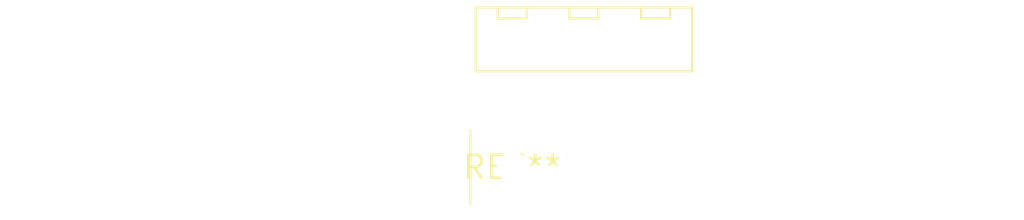
<source format=kicad_pcb>
(kicad_pcb (version 20240108) (generator pcbnew)
  (layers (0 "F.Cu" signal) (31 "B.Cu" signal) (34 "B.Paste" user) (35 "F.Paste" user) (36 "B.SilkS" user "B.Silkscreen") (37 "F.SilkS" user "F.Silkscreen") (38 "B.Mask" user) (39 "F.Mask" user) (44 "Edge.Cuts" user))
  (net 0 "")
  (footprint "Molex_KK-396_A-41792-0003_1x03_P3.96mm_Horizontal" (layer "F.Cu") (at 0 0)
    (property "Reference" "REF**")
    (property "Value" "Molex_KK-396_A-41792-0003_1x03_P3.96mm_Horizontal")
    (fp_line (start -2.305 -2) (end -2.305 2) (layer "F.SilkS") (stroke (width 0.12)))
    (fp_line (start -2.015 -8.82) (end 9.935 -8.82) (layer "F.SilkS") (stroke (width 0.12)))
    (fp_line (start -2.015 -5.3) (end -2.015 -8.82) (layer "F.SilkS") (stroke (width 0.12)))
    (fp_line (start -0.8 -8.82) (end -0.8 -8.22) (layer "F.SilkS") (stroke (width 0.12)))
    (fp_line (start -0.8 -8.22) (end 0.8 -8.22) (layer "F.SilkS") (stroke (width 0.12)))
    (fp_line (start 0.8 -8.22) (end 0.8 -8.82) (layer "F.SilkS") (stroke (width 0.12)))
    (fp_line (start 3.16 -8.82) (end 3.16 -8.22) (layer "F.SilkS") (stroke (width 0.12)))
    (fp_line (start 3.16 -8.22) (end 4.76 -8.22) (layer "F.SilkS") (stroke (width 0.12)))
    (fp_line (start 4.76 -8.22) (end 4.76 -8.82) (layer "F.SilkS") (stroke (width 0.12)))
    (fp_line (start 7.12 -8.82) (end 7.12 -8.22) (layer "F.SilkS") (stroke (width 0.12)))
    (fp_line (start 7.12 -8.22) (end 8.72 -8.22) (layer "F.SilkS") (stroke (width 0.12)))
    (fp_line (start 8.72 -8.22) (end 8.72 -8.82) (layer "F.SilkS") (stroke (width 0.12)))
    (fp_line (start 9.935 -8.82) (end 9.935 -5.3) (layer "F.SilkS") (stroke (width 0.12)))
    (fp_line (start 9.935 -5.3) (end -2.015 -5.3) (layer "F.SilkS") (stroke (width 0.12)))
    (pad "1" thru_hole roundrect (at 0 0) (size 3.16 4.1) (drill 1.7) (layers *.Cu *.Mask) (remove_unused_layers) (roundrect_rratio 0.079114))
    (pad "2" thru_hole oval (at 3.96 0) (size 3.16 4.1) (drill 1.7) (layers *.Cu *.Mask) (remove_unused_layers))
    (pad "3" thru_hole oval (at 7.92 0) (size 3.16 4.1) (drill 1.7) (layers *.Cu *.Mask) (remove_unused_layers))
  )
)
</source>
